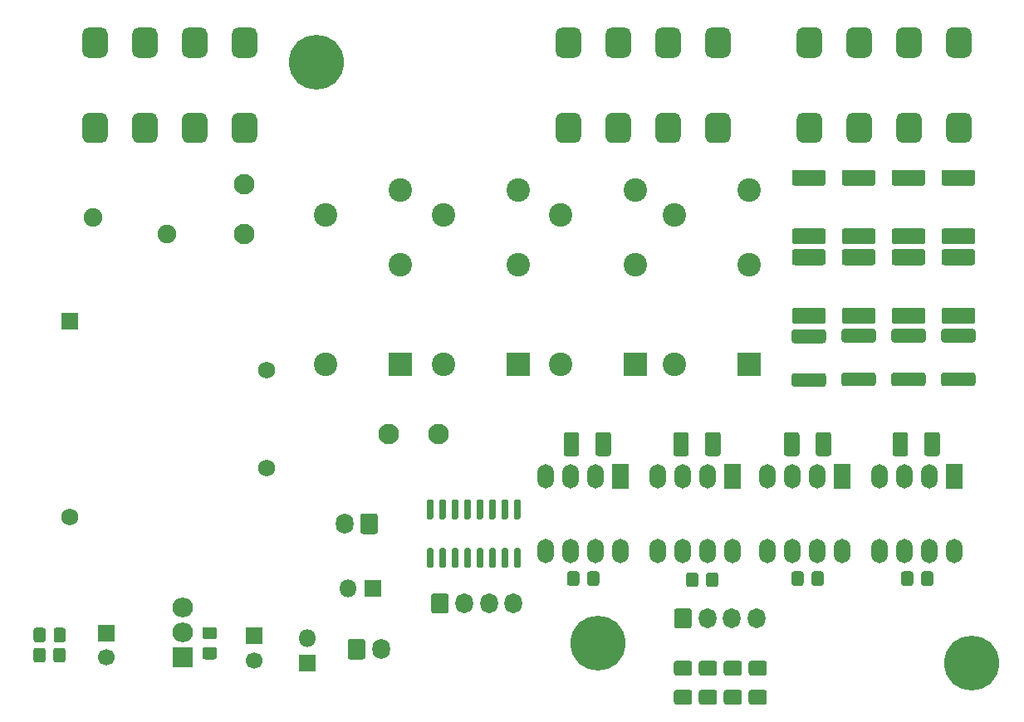
<source format=gbr>
G04 #@! TF.GenerationSoftware,KiCad,Pcbnew,(5.1.6)-1*
G04 #@! TF.CreationDate,2021-10-31T01:35:34+02:00*
G04 #@! TF.ProjectId,hamodule,68616d6f-6475-46c6-952e-6b696361645f,rev?*
G04 #@! TF.SameCoordinates,Original*
G04 #@! TF.FileFunction,Soldermask,Top*
G04 #@! TF.FilePolarity,Negative*
%FSLAX46Y46*%
G04 Gerber Fmt 4.6, Leading zero omitted, Abs format (unit mm)*
G04 Created by KiCad (PCBNEW (5.1.6)-1) date 2021-10-31 01:35:34*
%MOMM*%
%LPD*%
G01*
G04 APERTURE LIST*
%ADD10C,1.750000*%
%ADD11R,1.750000X1.750000*%
%ADD12C,2.100000*%
%ADD13O,1.800000X1.800000*%
%ADD14R,1.800000X1.800000*%
%ADD15O,1.800000X2.100000*%
%ADD16C,1.700000*%
%ADD17R,1.700000X1.700000*%
%ADD18C,1.900000*%
%ADD19C,5.600000*%
%ADD20C,2.400000*%
%ADD21R,2.400000X2.400000*%
%ADD22O,1.800000X2.050000*%
%ADD23R,1.700000X2.500000*%
%ADD24O,1.700000X2.500000*%
%ADD25O,2.100000X2.005000*%
%ADD26R,2.100000X2.005000*%
G04 APERTURE END LIST*
G36*
G01*
X118778762Y-136052500D02*
X117822238Y-136052500D01*
G75*
G02*
X117550500Y-135780762I0J271738D01*
G01*
X117550500Y-135074238D01*
G75*
G02*
X117822238Y-134802500I271738J0D01*
G01*
X118778762Y-134802500D01*
G75*
G02*
X119050500Y-135074238I0J-271738D01*
G01*
X119050500Y-135780762D01*
G75*
G02*
X118778762Y-136052500I-271738J0D01*
G01*
G37*
G36*
G01*
X118778762Y-138102500D02*
X117822238Y-138102500D01*
G75*
G02*
X117550500Y-137830762I0J271738D01*
G01*
X117550500Y-137124238D01*
G75*
G02*
X117822238Y-136852500I271738J0D01*
G01*
X118778762Y-136852500D01*
G75*
G02*
X119050500Y-137124238I0J-271738D01*
G01*
X119050500Y-137830762D01*
G75*
G02*
X118778762Y-138102500I-271738J0D01*
G01*
G37*
G36*
G01*
X173523044Y-141214000D02*
X174837956Y-141214000D01*
G75*
G02*
X175105500Y-141481544I0J-267544D01*
G01*
X175105500Y-142471456D01*
G75*
G02*
X174837956Y-142739000I-267544J0D01*
G01*
X173523044Y-142739000D01*
G75*
G02*
X173255500Y-142471456I0J267544D01*
G01*
X173255500Y-141481544D01*
G75*
G02*
X173523044Y-141214000I267544J0D01*
G01*
G37*
G36*
G01*
X173523044Y-138239000D02*
X174837956Y-138239000D01*
G75*
G02*
X175105500Y-138506544I0J-267544D01*
G01*
X175105500Y-139496456D01*
G75*
G02*
X174837956Y-139764000I-267544J0D01*
G01*
X173523044Y-139764000D01*
G75*
G02*
X173255500Y-139496456I0J267544D01*
G01*
X173255500Y-138506544D01*
G75*
G02*
X173523044Y-138239000I267544J0D01*
G01*
G37*
G36*
G01*
X170983044Y-141214000D02*
X172297956Y-141214000D01*
G75*
G02*
X172565500Y-141481544I0J-267544D01*
G01*
X172565500Y-142471456D01*
G75*
G02*
X172297956Y-142739000I-267544J0D01*
G01*
X170983044Y-142739000D01*
G75*
G02*
X170715500Y-142471456I0J267544D01*
G01*
X170715500Y-141481544D01*
G75*
G02*
X170983044Y-141214000I267544J0D01*
G01*
G37*
G36*
G01*
X170983044Y-138239000D02*
X172297956Y-138239000D01*
G75*
G02*
X172565500Y-138506544I0J-267544D01*
G01*
X172565500Y-139496456D01*
G75*
G02*
X172297956Y-139764000I-267544J0D01*
G01*
X170983044Y-139764000D01*
G75*
G02*
X170715500Y-139496456I0J267544D01*
G01*
X170715500Y-138506544D01*
G75*
G02*
X170983044Y-138239000I267544J0D01*
G01*
G37*
G36*
G01*
X168443044Y-141214000D02*
X169757956Y-141214000D01*
G75*
G02*
X170025500Y-141481544I0J-267544D01*
G01*
X170025500Y-142471456D01*
G75*
G02*
X169757956Y-142739000I-267544J0D01*
G01*
X168443044Y-142739000D01*
G75*
G02*
X168175500Y-142471456I0J267544D01*
G01*
X168175500Y-141481544D01*
G75*
G02*
X168443044Y-141214000I267544J0D01*
G01*
G37*
G36*
G01*
X168443044Y-138239000D02*
X169757956Y-138239000D01*
G75*
G02*
X170025500Y-138506544I0J-267544D01*
G01*
X170025500Y-139496456D01*
G75*
G02*
X169757956Y-139764000I-267544J0D01*
G01*
X168443044Y-139764000D01*
G75*
G02*
X168175500Y-139496456I0J267544D01*
G01*
X168175500Y-138506544D01*
G75*
G02*
X168443044Y-138239000I267544J0D01*
G01*
G37*
G36*
G01*
X165903044Y-141214000D02*
X167217956Y-141214000D01*
G75*
G02*
X167485500Y-141481544I0J-267544D01*
G01*
X167485500Y-142471456D01*
G75*
G02*
X167217956Y-142739000I-267544J0D01*
G01*
X165903044Y-142739000D01*
G75*
G02*
X165635500Y-142471456I0J267544D01*
G01*
X165635500Y-141481544D01*
G75*
G02*
X165903044Y-141214000I267544J0D01*
G01*
G37*
G36*
G01*
X165903044Y-138239000D02*
X167217956Y-138239000D01*
G75*
G02*
X167485500Y-138506544I0J-267544D01*
G01*
X167485500Y-139496456D01*
G75*
G02*
X167217956Y-139764000I-267544J0D01*
G01*
X165903044Y-139764000D01*
G75*
G02*
X165635500Y-139496456I0J267544D01*
G01*
X165635500Y-138506544D01*
G75*
G02*
X165903044Y-138239000I267544J0D01*
G01*
G37*
D10*
X124076500Y-108568500D03*
X124076500Y-118568500D03*
X104076500Y-123568500D03*
D11*
X104076500Y-103568500D03*
G36*
G01*
X169466500Y-82333500D02*
X170766500Y-82333500D01*
G75*
G02*
X171416500Y-82983500I0J-650000D01*
G01*
X171416500Y-84783500D01*
G75*
G02*
X170766500Y-85433500I-650000J0D01*
G01*
X169466500Y-85433500D01*
G75*
G02*
X168816500Y-84783500I0J650000D01*
G01*
X168816500Y-82983500D01*
G75*
G02*
X169466500Y-82333500I650000J0D01*
G01*
G37*
G36*
G01*
X169466500Y-73633500D02*
X170766500Y-73633500D01*
G75*
G02*
X171416500Y-74283500I0J-650000D01*
G01*
X171416500Y-76083500D01*
G75*
G02*
X170766500Y-76733500I-650000J0D01*
G01*
X169466500Y-76733500D01*
G75*
G02*
X168816500Y-76083500I0J650000D01*
G01*
X168816500Y-74283500D01*
G75*
G02*
X169466500Y-73633500I650000J0D01*
G01*
G37*
G36*
G01*
X164386500Y-82333500D02*
X165686500Y-82333500D01*
G75*
G02*
X166336500Y-82983500I0J-650000D01*
G01*
X166336500Y-84783500D01*
G75*
G02*
X165686500Y-85433500I-650000J0D01*
G01*
X164386500Y-85433500D01*
G75*
G02*
X163736500Y-84783500I0J650000D01*
G01*
X163736500Y-82983500D01*
G75*
G02*
X164386500Y-82333500I650000J0D01*
G01*
G37*
G36*
G01*
X164386500Y-73633500D02*
X165686500Y-73633500D01*
G75*
G02*
X166336500Y-74283500I0J-650000D01*
G01*
X166336500Y-76083500D01*
G75*
G02*
X165686500Y-76733500I-650000J0D01*
G01*
X164386500Y-76733500D01*
G75*
G02*
X163736500Y-76083500I0J650000D01*
G01*
X163736500Y-74283500D01*
G75*
G02*
X164386500Y-73633500I650000J0D01*
G01*
G37*
G36*
G01*
X159306500Y-82333500D02*
X160606500Y-82333500D01*
G75*
G02*
X161256500Y-82983500I0J-650000D01*
G01*
X161256500Y-84783500D01*
G75*
G02*
X160606500Y-85433500I-650000J0D01*
G01*
X159306500Y-85433500D01*
G75*
G02*
X158656500Y-84783500I0J650000D01*
G01*
X158656500Y-82983500D01*
G75*
G02*
X159306500Y-82333500I650000J0D01*
G01*
G37*
G36*
G01*
X159306500Y-73633500D02*
X160606500Y-73633500D01*
G75*
G02*
X161256500Y-74283500I0J-650000D01*
G01*
X161256500Y-76083500D01*
G75*
G02*
X160606500Y-76733500I-650000J0D01*
G01*
X159306500Y-76733500D01*
G75*
G02*
X158656500Y-76083500I0J650000D01*
G01*
X158656500Y-74283500D01*
G75*
G02*
X159306500Y-73633500I650000J0D01*
G01*
G37*
G36*
G01*
X154226500Y-82333500D02*
X155526500Y-82333500D01*
G75*
G02*
X156176500Y-82983500I0J-650000D01*
G01*
X156176500Y-84783500D01*
G75*
G02*
X155526500Y-85433500I-650000J0D01*
G01*
X154226500Y-85433500D01*
G75*
G02*
X153576500Y-84783500I0J650000D01*
G01*
X153576500Y-82983500D01*
G75*
G02*
X154226500Y-82333500I650000J0D01*
G01*
G37*
G36*
G01*
X154226500Y-73633500D02*
X155526500Y-73633500D01*
G75*
G02*
X156176500Y-74283500I0J-650000D01*
G01*
X156176500Y-76083500D01*
G75*
G02*
X155526500Y-76733500I-650000J0D01*
G01*
X154226500Y-76733500D01*
G75*
G02*
X153576500Y-76083500I0J650000D01*
G01*
X153576500Y-74283500D01*
G75*
G02*
X154226500Y-73633500I650000J0D01*
G01*
G37*
G36*
G01*
X140954500Y-128785500D02*
X140604500Y-128785500D01*
G75*
G02*
X140429500Y-128610500I0J175000D01*
G01*
X140429500Y-126910500D01*
G75*
G02*
X140604500Y-126735500I175000J0D01*
G01*
X140954500Y-126735500D01*
G75*
G02*
X141129500Y-126910500I0J-175000D01*
G01*
X141129500Y-128610500D01*
G75*
G02*
X140954500Y-128785500I-175000J0D01*
G01*
G37*
G36*
G01*
X142224500Y-128785500D02*
X141874500Y-128785500D01*
G75*
G02*
X141699500Y-128610500I0J175000D01*
G01*
X141699500Y-126910500D01*
G75*
G02*
X141874500Y-126735500I175000J0D01*
G01*
X142224500Y-126735500D01*
G75*
G02*
X142399500Y-126910500I0J-175000D01*
G01*
X142399500Y-128610500D01*
G75*
G02*
X142224500Y-128785500I-175000J0D01*
G01*
G37*
G36*
G01*
X143494500Y-128785500D02*
X143144500Y-128785500D01*
G75*
G02*
X142969500Y-128610500I0J175000D01*
G01*
X142969500Y-126910500D01*
G75*
G02*
X143144500Y-126735500I175000J0D01*
G01*
X143494500Y-126735500D01*
G75*
G02*
X143669500Y-126910500I0J-175000D01*
G01*
X143669500Y-128610500D01*
G75*
G02*
X143494500Y-128785500I-175000J0D01*
G01*
G37*
G36*
G01*
X144764500Y-128785500D02*
X144414500Y-128785500D01*
G75*
G02*
X144239500Y-128610500I0J175000D01*
G01*
X144239500Y-126910500D01*
G75*
G02*
X144414500Y-126735500I175000J0D01*
G01*
X144764500Y-126735500D01*
G75*
G02*
X144939500Y-126910500I0J-175000D01*
G01*
X144939500Y-128610500D01*
G75*
G02*
X144764500Y-128785500I-175000J0D01*
G01*
G37*
G36*
G01*
X146034500Y-128785500D02*
X145684500Y-128785500D01*
G75*
G02*
X145509500Y-128610500I0J175000D01*
G01*
X145509500Y-126910500D01*
G75*
G02*
X145684500Y-126735500I175000J0D01*
G01*
X146034500Y-126735500D01*
G75*
G02*
X146209500Y-126910500I0J-175000D01*
G01*
X146209500Y-128610500D01*
G75*
G02*
X146034500Y-128785500I-175000J0D01*
G01*
G37*
G36*
G01*
X147304500Y-128785500D02*
X146954500Y-128785500D01*
G75*
G02*
X146779500Y-128610500I0J175000D01*
G01*
X146779500Y-126910500D01*
G75*
G02*
X146954500Y-126735500I175000J0D01*
G01*
X147304500Y-126735500D01*
G75*
G02*
X147479500Y-126910500I0J-175000D01*
G01*
X147479500Y-128610500D01*
G75*
G02*
X147304500Y-128785500I-175000J0D01*
G01*
G37*
G36*
G01*
X148574500Y-128785500D02*
X148224500Y-128785500D01*
G75*
G02*
X148049500Y-128610500I0J175000D01*
G01*
X148049500Y-126910500D01*
G75*
G02*
X148224500Y-126735500I175000J0D01*
G01*
X148574500Y-126735500D01*
G75*
G02*
X148749500Y-126910500I0J-175000D01*
G01*
X148749500Y-128610500D01*
G75*
G02*
X148574500Y-128785500I-175000J0D01*
G01*
G37*
G36*
G01*
X149844500Y-128785500D02*
X149494500Y-128785500D01*
G75*
G02*
X149319500Y-128610500I0J175000D01*
G01*
X149319500Y-126910500D01*
G75*
G02*
X149494500Y-126735500I175000J0D01*
G01*
X149844500Y-126735500D01*
G75*
G02*
X150019500Y-126910500I0J-175000D01*
G01*
X150019500Y-128610500D01*
G75*
G02*
X149844500Y-128785500I-175000J0D01*
G01*
G37*
G36*
G01*
X149844500Y-123835500D02*
X149494500Y-123835500D01*
G75*
G02*
X149319500Y-123660500I0J175000D01*
G01*
X149319500Y-121960500D01*
G75*
G02*
X149494500Y-121785500I175000J0D01*
G01*
X149844500Y-121785500D01*
G75*
G02*
X150019500Y-121960500I0J-175000D01*
G01*
X150019500Y-123660500D01*
G75*
G02*
X149844500Y-123835500I-175000J0D01*
G01*
G37*
G36*
G01*
X148574500Y-123835500D02*
X148224500Y-123835500D01*
G75*
G02*
X148049500Y-123660500I0J175000D01*
G01*
X148049500Y-121960500D01*
G75*
G02*
X148224500Y-121785500I175000J0D01*
G01*
X148574500Y-121785500D01*
G75*
G02*
X148749500Y-121960500I0J-175000D01*
G01*
X148749500Y-123660500D01*
G75*
G02*
X148574500Y-123835500I-175000J0D01*
G01*
G37*
G36*
G01*
X147304500Y-123835500D02*
X146954500Y-123835500D01*
G75*
G02*
X146779500Y-123660500I0J175000D01*
G01*
X146779500Y-121960500D01*
G75*
G02*
X146954500Y-121785500I175000J0D01*
G01*
X147304500Y-121785500D01*
G75*
G02*
X147479500Y-121960500I0J-175000D01*
G01*
X147479500Y-123660500D01*
G75*
G02*
X147304500Y-123835500I-175000J0D01*
G01*
G37*
G36*
G01*
X146034500Y-123835500D02*
X145684500Y-123835500D01*
G75*
G02*
X145509500Y-123660500I0J175000D01*
G01*
X145509500Y-121960500D01*
G75*
G02*
X145684500Y-121785500I175000J0D01*
G01*
X146034500Y-121785500D01*
G75*
G02*
X146209500Y-121960500I0J-175000D01*
G01*
X146209500Y-123660500D01*
G75*
G02*
X146034500Y-123835500I-175000J0D01*
G01*
G37*
G36*
G01*
X144764500Y-123835500D02*
X144414500Y-123835500D01*
G75*
G02*
X144239500Y-123660500I0J175000D01*
G01*
X144239500Y-121960500D01*
G75*
G02*
X144414500Y-121785500I175000J0D01*
G01*
X144764500Y-121785500D01*
G75*
G02*
X144939500Y-121960500I0J-175000D01*
G01*
X144939500Y-123660500D01*
G75*
G02*
X144764500Y-123835500I-175000J0D01*
G01*
G37*
G36*
G01*
X143494500Y-123835500D02*
X143144500Y-123835500D01*
G75*
G02*
X142969500Y-123660500I0J175000D01*
G01*
X142969500Y-121960500D01*
G75*
G02*
X143144500Y-121785500I175000J0D01*
G01*
X143494500Y-121785500D01*
G75*
G02*
X143669500Y-121960500I0J-175000D01*
G01*
X143669500Y-123660500D01*
G75*
G02*
X143494500Y-123835500I-175000J0D01*
G01*
G37*
G36*
G01*
X142224500Y-123835500D02*
X141874500Y-123835500D01*
G75*
G02*
X141699500Y-123660500I0J175000D01*
G01*
X141699500Y-121960500D01*
G75*
G02*
X141874500Y-121785500I175000J0D01*
G01*
X142224500Y-121785500D01*
G75*
G02*
X142399500Y-121960500I0J-175000D01*
G01*
X142399500Y-123660500D01*
G75*
G02*
X142224500Y-123835500I-175000J0D01*
G01*
G37*
G36*
G01*
X140954500Y-123835500D02*
X140604500Y-123835500D01*
G75*
G02*
X140429500Y-123660500I0J175000D01*
G01*
X140429500Y-121960500D01*
G75*
G02*
X140604500Y-121785500I175000J0D01*
G01*
X140954500Y-121785500D01*
G75*
G02*
X141129500Y-121960500I0J-175000D01*
G01*
X141129500Y-123660500D01*
G75*
G02*
X140954500Y-123835500I-175000J0D01*
G01*
G37*
G36*
G01*
X189510500Y-115183167D02*
X189510500Y-117099833D01*
G75*
G02*
X189243833Y-117366500I-266667J0D01*
G01*
X188177167Y-117366500D01*
G75*
G02*
X187910500Y-117099833I0J266667D01*
G01*
X187910500Y-115183167D01*
G75*
G02*
X188177167Y-114916500I266667J0D01*
G01*
X189243833Y-114916500D01*
G75*
G02*
X189510500Y-115183167I0J-266667D01*
G01*
G37*
G36*
G01*
X192760500Y-115183167D02*
X192760500Y-117099833D01*
G75*
G02*
X192493833Y-117366500I-266667J0D01*
G01*
X191427167Y-117366500D01*
G75*
G02*
X191160500Y-117099833I0J266667D01*
G01*
X191160500Y-115183167D01*
G75*
G02*
X191427167Y-114916500I266667J0D01*
G01*
X192493833Y-114916500D01*
G75*
G02*
X192760500Y-115183167I0J-266667D01*
G01*
G37*
G36*
G01*
X178435500Y-115183167D02*
X178435500Y-117099833D01*
G75*
G02*
X178168833Y-117366500I-266667J0D01*
G01*
X177102167Y-117366500D01*
G75*
G02*
X176835500Y-117099833I0J266667D01*
G01*
X176835500Y-115183167D01*
G75*
G02*
X177102167Y-114916500I266667J0D01*
G01*
X178168833Y-114916500D01*
G75*
G02*
X178435500Y-115183167I0J-266667D01*
G01*
G37*
G36*
G01*
X181685500Y-115183167D02*
X181685500Y-117099833D01*
G75*
G02*
X181418833Y-117366500I-266667J0D01*
G01*
X180352167Y-117366500D01*
G75*
G02*
X180085500Y-117099833I0J266667D01*
G01*
X180085500Y-115183167D01*
G75*
G02*
X180352167Y-114916500I266667J0D01*
G01*
X181418833Y-114916500D01*
G75*
G02*
X181685500Y-115183167I0J-266667D01*
G01*
G37*
G36*
G01*
X167158500Y-115183167D02*
X167158500Y-117099833D01*
G75*
G02*
X166891833Y-117366500I-266667J0D01*
G01*
X165825167Y-117366500D01*
G75*
G02*
X165558500Y-117099833I0J266667D01*
G01*
X165558500Y-115183167D01*
G75*
G02*
X165825167Y-114916500I266667J0D01*
G01*
X166891833Y-114916500D01*
G75*
G02*
X167158500Y-115183167I0J-266667D01*
G01*
G37*
G36*
G01*
X170408500Y-115183167D02*
X170408500Y-117099833D01*
G75*
G02*
X170141833Y-117366500I-266667J0D01*
G01*
X169075167Y-117366500D01*
G75*
G02*
X168808500Y-117099833I0J266667D01*
G01*
X168808500Y-115183167D01*
G75*
G02*
X169075167Y-114916500I266667J0D01*
G01*
X170141833Y-114916500D01*
G75*
G02*
X170408500Y-115183167I0J-266667D01*
G01*
G37*
G36*
G01*
X155982500Y-115183167D02*
X155982500Y-117099833D01*
G75*
G02*
X155715833Y-117366500I-266667J0D01*
G01*
X154649167Y-117366500D01*
G75*
G02*
X154382500Y-117099833I0J266667D01*
G01*
X154382500Y-115183167D01*
G75*
G02*
X154649167Y-114916500I266667J0D01*
G01*
X155715833Y-114916500D01*
G75*
G02*
X155982500Y-115183167I0J-266667D01*
G01*
G37*
G36*
G01*
X159232500Y-115183167D02*
X159232500Y-117099833D01*
G75*
G02*
X158965833Y-117366500I-266667J0D01*
G01*
X157899167Y-117366500D01*
G75*
G02*
X157632500Y-117099833I0J266667D01*
G01*
X157632500Y-115183167D01*
G75*
G02*
X157899167Y-114916500I266667J0D01*
G01*
X158965833Y-114916500D01*
G75*
G02*
X159232500Y-115183167I0J-266667D01*
G01*
G37*
D12*
X141668500Y-115125500D03*
X136588500Y-115125500D03*
G36*
G01*
X193168892Y-94126000D02*
X196086108Y-94126000D01*
G75*
G02*
X196352500Y-94392392I0J-266392D01*
G01*
X196352500Y-95484608D01*
G75*
G02*
X196086108Y-95751000I-266392J0D01*
G01*
X193168892Y-95751000D01*
G75*
G02*
X192902500Y-95484608I0J266392D01*
G01*
X192902500Y-94392392D01*
G75*
G02*
X193168892Y-94126000I266392J0D01*
G01*
G37*
G36*
G01*
X193168892Y-88151000D02*
X196086108Y-88151000D01*
G75*
G02*
X196352500Y-88417392I0J-266392D01*
G01*
X196352500Y-89509608D01*
G75*
G02*
X196086108Y-89776000I-266392J0D01*
G01*
X193168892Y-89776000D01*
G75*
G02*
X192902500Y-89509608I0J266392D01*
G01*
X192902500Y-88417392D01*
G75*
G02*
X193168892Y-88151000I266392J0D01*
G01*
G37*
G36*
G01*
X188088892Y-94126000D02*
X191006108Y-94126000D01*
G75*
G02*
X191272500Y-94392392I0J-266392D01*
G01*
X191272500Y-95484608D01*
G75*
G02*
X191006108Y-95751000I-266392J0D01*
G01*
X188088892Y-95751000D01*
G75*
G02*
X187822500Y-95484608I0J266392D01*
G01*
X187822500Y-94392392D01*
G75*
G02*
X188088892Y-94126000I266392J0D01*
G01*
G37*
G36*
G01*
X188088892Y-88151000D02*
X191006108Y-88151000D01*
G75*
G02*
X191272500Y-88417392I0J-266392D01*
G01*
X191272500Y-89509608D01*
G75*
G02*
X191006108Y-89776000I-266392J0D01*
G01*
X188088892Y-89776000D01*
G75*
G02*
X187822500Y-89509608I0J266392D01*
G01*
X187822500Y-88417392D01*
G75*
G02*
X188088892Y-88151000I266392J0D01*
G01*
G37*
G36*
G01*
X183008892Y-94126000D02*
X185926108Y-94126000D01*
G75*
G02*
X186192500Y-94392392I0J-266392D01*
G01*
X186192500Y-95484608D01*
G75*
G02*
X185926108Y-95751000I-266392J0D01*
G01*
X183008892Y-95751000D01*
G75*
G02*
X182742500Y-95484608I0J266392D01*
G01*
X182742500Y-94392392D01*
G75*
G02*
X183008892Y-94126000I266392J0D01*
G01*
G37*
G36*
G01*
X183008892Y-88151000D02*
X185926108Y-88151000D01*
G75*
G02*
X186192500Y-88417392I0J-266392D01*
G01*
X186192500Y-89509608D01*
G75*
G02*
X185926108Y-89776000I-266392J0D01*
G01*
X183008892Y-89776000D01*
G75*
G02*
X182742500Y-89509608I0J266392D01*
G01*
X182742500Y-88417392D01*
G75*
G02*
X183008892Y-88151000I266392J0D01*
G01*
G37*
G36*
G01*
X177928892Y-94126000D02*
X180846108Y-94126000D01*
G75*
G02*
X181112500Y-94392392I0J-266392D01*
G01*
X181112500Y-95484608D01*
G75*
G02*
X180846108Y-95751000I-266392J0D01*
G01*
X177928892Y-95751000D01*
G75*
G02*
X177662500Y-95484608I0J266392D01*
G01*
X177662500Y-94392392D01*
G75*
G02*
X177928892Y-94126000I266392J0D01*
G01*
G37*
G36*
G01*
X177928892Y-88151000D02*
X180846108Y-88151000D01*
G75*
G02*
X181112500Y-88417392I0J-266392D01*
G01*
X181112500Y-89509608D01*
G75*
G02*
X180846108Y-89776000I-266392J0D01*
G01*
X177928892Y-89776000D01*
G75*
G02*
X177662500Y-89509608I0J266392D01*
G01*
X177662500Y-88417392D01*
G75*
G02*
X177928892Y-88151000I266392J0D01*
G01*
G37*
D13*
X128257300Y-135928100D03*
D14*
X128257300Y-138468100D03*
D15*
X135775700Y-137071100D03*
G36*
G01*
X132375700Y-137856394D02*
X132375700Y-136285806D01*
G75*
G02*
X132640406Y-136021100I264706J0D01*
G01*
X133910994Y-136021100D01*
G75*
G02*
X134175700Y-136285806I0J-264706D01*
G01*
X134175700Y-137856394D01*
G75*
G02*
X133910994Y-138121100I-264706J0D01*
G01*
X132640406Y-138121100D01*
G75*
G02*
X132375700Y-137856394I0J264706D01*
G01*
G37*
G36*
G01*
X102393700Y-136101562D02*
X102393700Y-135145038D01*
G75*
G02*
X102665438Y-134873300I271738J0D01*
G01*
X103371962Y-134873300D01*
G75*
G02*
X103643700Y-135145038I0J-271738D01*
G01*
X103643700Y-136101562D01*
G75*
G02*
X103371962Y-136373300I-271738J0D01*
G01*
X102665438Y-136373300D01*
G75*
G02*
X102393700Y-136101562I0J271738D01*
G01*
G37*
G36*
G01*
X100343700Y-136101562D02*
X100343700Y-135145038D01*
G75*
G02*
X100615438Y-134873300I271738J0D01*
G01*
X101321962Y-134873300D01*
G75*
G02*
X101593700Y-135145038I0J-271738D01*
G01*
X101593700Y-136101562D01*
G75*
G02*
X101321962Y-136373300I-271738J0D01*
G01*
X100615438Y-136373300D01*
G75*
G02*
X100343700Y-136101562I0J271738D01*
G01*
G37*
G36*
G01*
X101568300Y-137202438D02*
X101568300Y-138158962D01*
G75*
G02*
X101296562Y-138430700I-271738J0D01*
G01*
X100590038Y-138430700D01*
G75*
G02*
X100318300Y-138158962I0J271738D01*
G01*
X100318300Y-137202438D01*
G75*
G02*
X100590038Y-136930700I271738J0D01*
G01*
X101296562Y-136930700D01*
G75*
G02*
X101568300Y-137202438I0J-271738D01*
G01*
G37*
G36*
G01*
X103618300Y-137202438D02*
X103618300Y-138158962D01*
G75*
G02*
X103346562Y-138430700I-271738J0D01*
G01*
X102640038Y-138430700D01*
G75*
G02*
X102368300Y-138158962I0J271738D01*
G01*
X102368300Y-137202438D01*
G75*
G02*
X102640038Y-136930700I271738J0D01*
G01*
X103346562Y-136930700D01*
G75*
G02*
X103618300Y-137202438I0J-271738D01*
G01*
G37*
G36*
G01*
X190036500Y-129379238D02*
X190036500Y-130335762D01*
G75*
G02*
X189764762Y-130607500I-271738J0D01*
G01*
X189058238Y-130607500D01*
G75*
G02*
X188786500Y-130335762I0J271738D01*
G01*
X188786500Y-129379238D01*
G75*
G02*
X189058238Y-129107500I271738J0D01*
G01*
X189764762Y-129107500D01*
G75*
G02*
X190036500Y-129379238I0J-271738D01*
G01*
G37*
G36*
G01*
X192086500Y-129379238D02*
X192086500Y-130335762D01*
G75*
G02*
X191814762Y-130607500I-271738J0D01*
G01*
X191108238Y-130607500D01*
G75*
G02*
X190836500Y-130335762I0J271738D01*
G01*
X190836500Y-129379238D01*
G75*
G02*
X191108238Y-129107500I271738J0D01*
G01*
X191814762Y-129107500D01*
G75*
G02*
X192086500Y-129379238I0J-271738D01*
G01*
G37*
G36*
G01*
X178860500Y-129379238D02*
X178860500Y-130335762D01*
G75*
G02*
X178588762Y-130607500I-271738J0D01*
G01*
X177882238Y-130607500D01*
G75*
G02*
X177610500Y-130335762I0J271738D01*
G01*
X177610500Y-129379238D01*
G75*
G02*
X177882238Y-129107500I271738J0D01*
G01*
X178588762Y-129107500D01*
G75*
G02*
X178860500Y-129379238I0J-271738D01*
G01*
G37*
G36*
G01*
X180910500Y-129379238D02*
X180910500Y-130335762D01*
G75*
G02*
X180638762Y-130607500I-271738J0D01*
G01*
X179932238Y-130607500D01*
G75*
G02*
X179660500Y-130335762I0J271738D01*
G01*
X179660500Y-129379238D01*
G75*
G02*
X179932238Y-129107500I271738J0D01*
G01*
X180638762Y-129107500D01*
G75*
G02*
X180910500Y-129379238I0J-271738D01*
G01*
G37*
G36*
G01*
X155991500Y-129379238D02*
X155991500Y-130335762D01*
G75*
G02*
X155719762Y-130607500I-271738J0D01*
G01*
X155013238Y-130607500D01*
G75*
G02*
X154741500Y-130335762I0J271738D01*
G01*
X154741500Y-129379238D01*
G75*
G02*
X155013238Y-129107500I271738J0D01*
G01*
X155719762Y-129107500D01*
G75*
G02*
X155991500Y-129379238I0J-271738D01*
G01*
G37*
G36*
G01*
X158041500Y-129379238D02*
X158041500Y-130335762D01*
G75*
G02*
X157769762Y-130607500I-271738J0D01*
G01*
X157063238Y-130607500D01*
G75*
G02*
X156791500Y-130335762I0J271738D01*
G01*
X156791500Y-129379238D01*
G75*
G02*
X157063238Y-129107500I271738J0D01*
G01*
X157769762Y-129107500D01*
G75*
G02*
X158041500Y-129379238I0J-271738D01*
G01*
G37*
G36*
G01*
X168120000Y-129506238D02*
X168120000Y-130462762D01*
G75*
G02*
X167848262Y-130734500I-271738J0D01*
G01*
X167141738Y-130734500D01*
G75*
G02*
X166870000Y-130462762I0J271738D01*
G01*
X166870000Y-129506238D01*
G75*
G02*
X167141738Y-129234500I271738J0D01*
G01*
X167848262Y-129234500D01*
G75*
G02*
X168120000Y-129506238I0J-271738D01*
G01*
G37*
G36*
G01*
X170170000Y-129506238D02*
X170170000Y-130462762D01*
G75*
G02*
X169898262Y-130734500I-271738J0D01*
G01*
X169191738Y-130734500D01*
G75*
G02*
X168920000Y-130462762I0J271738D01*
G01*
X168920000Y-129506238D01*
G75*
G02*
X169191738Y-129234500I271738J0D01*
G01*
X169898262Y-129234500D01*
G75*
G02*
X170170000Y-129506238I0J-271738D01*
G01*
G37*
G36*
G01*
X193146731Y-108830500D02*
X196108269Y-108830500D01*
G75*
G02*
X196377500Y-109099731I0J-269231D01*
G01*
X196377500Y-109961269D01*
G75*
G02*
X196108269Y-110230500I-269231J0D01*
G01*
X193146731Y-110230500D01*
G75*
G02*
X192877500Y-109961269I0J269231D01*
G01*
X192877500Y-109099731D01*
G75*
G02*
X193146731Y-108830500I269231J0D01*
G01*
G37*
G36*
G01*
X193146731Y-104380500D02*
X196108269Y-104380500D01*
G75*
G02*
X196377500Y-104649731I0J-269231D01*
G01*
X196377500Y-105511269D01*
G75*
G02*
X196108269Y-105780500I-269231J0D01*
G01*
X193146731Y-105780500D01*
G75*
G02*
X192877500Y-105511269I0J269231D01*
G01*
X192877500Y-104649731D01*
G75*
G02*
X193146731Y-104380500I269231J0D01*
G01*
G37*
G36*
G01*
X188066731Y-108830500D02*
X191028269Y-108830500D01*
G75*
G02*
X191297500Y-109099731I0J-269231D01*
G01*
X191297500Y-109961269D01*
G75*
G02*
X191028269Y-110230500I-269231J0D01*
G01*
X188066731Y-110230500D01*
G75*
G02*
X187797500Y-109961269I0J269231D01*
G01*
X187797500Y-109099731D01*
G75*
G02*
X188066731Y-108830500I269231J0D01*
G01*
G37*
G36*
G01*
X188066731Y-104380500D02*
X191028269Y-104380500D01*
G75*
G02*
X191297500Y-104649731I0J-269231D01*
G01*
X191297500Y-105511269D01*
G75*
G02*
X191028269Y-105780500I-269231J0D01*
G01*
X188066731Y-105780500D01*
G75*
G02*
X187797500Y-105511269I0J269231D01*
G01*
X187797500Y-104649731D01*
G75*
G02*
X188066731Y-104380500I269231J0D01*
G01*
G37*
G36*
G01*
X182986731Y-108830500D02*
X185948269Y-108830500D01*
G75*
G02*
X186217500Y-109099731I0J-269231D01*
G01*
X186217500Y-109961269D01*
G75*
G02*
X185948269Y-110230500I-269231J0D01*
G01*
X182986731Y-110230500D01*
G75*
G02*
X182717500Y-109961269I0J269231D01*
G01*
X182717500Y-109099731D01*
G75*
G02*
X182986731Y-108830500I269231J0D01*
G01*
G37*
G36*
G01*
X182986731Y-104380500D02*
X185948269Y-104380500D01*
G75*
G02*
X186217500Y-104649731I0J-269231D01*
G01*
X186217500Y-105511269D01*
G75*
G02*
X185948269Y-105780500I-269231J0D01*
G01*
X182986731Y-105780500D01*
G75*
G02*
X182717500Y-105511269I0J269231D01*
G01*
X182717500Y-104649731D01*
G75*
G02*
X182986731Y-104380500I269231J0D01*
G01*
G37*
G36*
G01*
X177906731Y-108894000D02*
X180868269Y-108894000D01*
G75*
G02*
X181137500Y-109163231I0J-269231D01*
G01*
X181137500Y-110024769D01*
G75*
G02*
X180868269Y-110294000I-269231J0D01*
G01*
X177906731Y-110294000D01*
G75*
G02*
X177637500Y-110024769I0J269231D01*
G01*
X177637500Y-109163231D01*
G75*
G02*
X177906731Y-108894000I269231J0D01*
G01*
G37*
G36*
G01*
X177906731Y-104444000D02*
X180868269Y-104444000D01*
G75*
G02*
X181137500Y-104713231I0J-269231D01*
G01*
X181137500Y-105574769D01*
G75*
G02*
X180868269Y-105844000I-269231J0D01*
G01*
X177906731Y-105844000D01*
G75*
G02*
X177637500Y-105574769I0J269231D01*
G01*
X177637500Y-104713231D01*
G75*
G02*
X177906731Y-104444000I269231J0D01*
G01*
G37*
G36*
G01*
X177928892Y-102236000D02*
X180846108Y-102236000D01*
G75*
G02*
X181112500Y-102502392I0J-266392D01*
G01*
X181112500Y-103594608D01*
G75*
G02*
X180846108Y-103861000I-266392J0D01*
G01*
X177928892Y-103861000D01*
G75*
G02*
X177662500Y-103594608I0J266392D01*
G01*
X177662500Y-102502392D01*
G75*
G02*
X177928892Y-102236000I266392J0D01*
G01*
G37*
G36*
G01*
X177928892Y-96261000D02*
X180846108Y-96261000D01*
G75*
G02*
X181112500Y-96527392I0J-266392D01*
G01*
X181112500Y-97619608D01*
G75*
G02*
X180846108Y-97886000I-266392J0D01*
G01*
X177928892Y-97886000D01*
G75*
G02*
X177662500Y-97619608I0J266392D01*
G01*
X177662500Y-96527392D01*
G75*
G02*
X177928892Y-96261000I266392J0D01*
G01*
G37*
G36*
G01*
X183008892Y-102236000D02*
X185926108Y-102236000D01*
G75*
G02*
X186192500Y-102502392I0J-266392D01*
G01*
X186192500Y-103594608D01*
G75*
G02*
X185926108Y-103861000I-266392J0D01*
G01*
X183008892Y-103861000D01*
G75*
G02*
X182742500Y-103594608I0J266392D01*
G01*
X182742500Y-102502392D01*
G75*
G02*
X183008892Y-102236000I266392J0D01*
G01*
G37*
G36*
G01*
X183008892Y-96261000D02*
X185926108Y-96261000D01*
G75*
G02*
X186192500Y-96527392I0J-266392D01*
G01*
X186192500Y-97619608D01*
G75*
G02*
X185926108Y-97886000I-266392J0D01*
G01*
X183008892Y-97886000D01*
G75*
G02*
X182742500Y-97619608I0J266392D01*
G01*
X182742500Y-96527392D01*
G75*
G02*
X183008892Y-96261000I266392J0D01*
G01*
G37*
G36*
G01*
X188088892Y-102236000D02*
X191006108Y-102236000D01*
G75*
G02*
X191272500Y-102502392I0J-266392D01*
G01*
X191272500Y-103594608D01*
G75*
G02*
X191006108Y-103861000I-266392J0D01*
G01*
X188088892Y-103861000D01*
G75*
G02*
X187822500Y-103594608I0J266392D01*
G01*
X187822500Y-102502392D01*
G75*
G02*
X188088892Y-102236000I266392J0D01*
G01*
G37*
G36*
G01*
X188088892Y-96261000D02*
X191006108Y-96261000D01*
G75*
G02*
X191272500Y-96527392I0J-266392D01*
G01*
X191272500Y-97619608D01*
G75*
G02*
X191006108Y-97886000I-266392J0D01*
G01*
X188088892Y-97886000D01*
G75*
G02*
X187822500Y-97619608I0J266392D01*
G01*
X187822500Y-96527392D01*
G75*
G02*
X188088892Y-96261000I266392J0D01*
G01*
G37*
G36*
G01*
X193168892Y-102236000D02*
X196086108Y-102236000D01*
G75*
G02*
X196352500Y-102502392I0J-266392D01*
G01*
X196352500Y-103594608D01*
G75*
G02*
X196086108Y-103861000I-266392J0D01*
G01*
X193168892Y-103861000D01*
G75*
G02*
X192902500Y-103594608I0J266392D01*
G01*
X192902500Y-102502392D01*
G75*
G02*
X193168892Y-102236000I266392J0D01*
G01*
G37*
G36*
G01*
X193168892Y-96261000D02*
X196086108Y-96261000D01*
G75*
G02*
X196352500Y-96527392I0J-266392D01*
G01*
X196352500Y-97619608D01*
G75*
G02*
X196086108Y-97886000I-266392J0D01*
G01*
X193168892Y-97886000D01*
G75*
G02*
X192902500Y-97619608I0J266392D01*
G01*
X192902500Y-96527392D01*
G75*
G02*
X193168892Y-96261000I266392J0D01*
G01*
G37*
G36*
G01*
X194033500Y-82321500D02*
X195333500Y-82321500D01*
G75*
G02*
X195983500Y-82971500I0J-650000D01*
G01*
X195983500Y-84771500D01*
G75*
G02*
X195333500Y-85421500I-650000J0D01*
G01*
X194033500Y-85421500D01*
G75*
G02*
X193383500Y-84771500I0J650000D01*
G01*
X193383500Y-82971500D01*
G75*
G02*
X194033500Y-82321500I650000J0D01*
G01*
G37*
G36*
G01*
X194033500Y-73621500D02*
X195333500Y-73621500D01*
G75*
G02*
X195983500Y-74271500I0J-650000D01*
G01*
X195983500Y-76071500D01*
G75*
G02*
X195333500Y-76721500I-650000J0D01*
G01*
X194033500Y-76721500D01*
G75*
G02*
X193383500Y-76071500I0J650000D01*
G01*
X193383500Y-74271500D01*
G75*
G02*
X194033500Y-73621500I650000J0D01*
G01*
G37*
G36*
G01*
X188953500Y-82321500D02*
X190253500Y-82321500D01*
G75*
G02*
X190903500Y-82971500I0J-650000D01*
G01*
X190903500Y-84771500D01*
G75*
G02*
X190253500Y-85421500I-650000J0D01*
G01*
X188953500Y-85421500D01*
G75*
G02*
X188303500Y-84771500I0J650000D01*
G01*
X188303500Y-82971500D01*
G75*
G02*
X188953500Y-82321500I650000J0D01*
G01*
G37*
G36*
G01*
X188953500Y-73621500D02*
X190253500Y-73621500D01*
G75*
G02*
X190903500Y-74271500I0J-650000D01*
G01*
X190903500Y-76071500D01*
G75*
G02*
X190253500Y-76721500I-650000J0D01*
G01*
X188953500Y-76721500D01*
G75*
G02*
X188303500Y-76071500I0J650000D01*
G01*
X188303500Y-74271500D01*
G75*
G02*
X188953500Y-73621500I650000J0D01*
G01*
G37*
G36*
G01*
X183873500Y-82321500D02*
X185173500Y-82321500D01*
G75*
G02*
X185823500Y-82971500I0J-650000D01*
G01*
X185823500Y-84771500D01*
G75*
G02*
X185173500Y-85421500I-650000J0D01*
G01*
X183873500Y-85421500D01*
G75*
G02*
X183223500Y-84771500I0J650000D01*
G01*
X183223500Y-82971500D01*
G75*
G02*
X183873500Y-82321500I650000J0D01*
G01*
G37*
G36*
G01*
X183873500Y-73621500D02*
X185173500Y-73621500D01*
G75*
G02*
X185823500Y-74271500I0J-650000D01*
G01*
X185823500Y-76071500D01*
G75*
G02*
X185173500Y-76721500I-650000J0D01*
G01*
X183873500Y-76721500D01*
G75*
G02*
X183223500Y-76071500I0J650000D01*
G01*
X183223500Y-74271500D01*
G75*
G02*
X183873500Y-73621500I650000J0D01*
G01*
G37*
G36*
G01*
X178793500Y-82321500D02*
X180093500Y-82321500D01*
G75*
G02*
X180743500Y-82971500I0J-650000D01*
G01*
X180743500Y-84771500D01*
G75*
G02*
X180093500Y-85421500I-650000J0D01*
G01*
X178793500Y-85421500D01*
G75*
G02*
X178143500Y-84771500I0J650000D01*
G01*
X178143500Y-82971500D01*
G75*
G02*
X178793500Y-82321500I650000J0D01*
G01*
G37*
G36*
G01*
X178793500Y-73621500D02*
X180093500Y-73621500D01*
G75*
G02*
X180743500Y-74271500I0J-650000D01*
G01*
X180743500Y-76071500D01*
G75*
G02*
X180093500Y-76721500I-650000J0D01*
G01*
X178793500Y-76721500D01*
G75*
G02*
X178143500Y-76071500I0J650000D01*
G01*
X178143500Y-74271500D01*
G75*
G02*
X178793500Y-73621500I650000J0D01*
G01*
G37*
G36*
G01*
X121206500Y-82333500D02*
X122506500Y-82333500D01*
G75*
G02*
X123156500Y-82983500I0J-650000D01*
G01*
X123156500Y-84783500D01*
G75*
G02*
X122506500Y-85433500I-650000J0D01*
G01*
X121206500Y-85433500D01*
G75*
G02*
X120556500Y-84783500I0J650000D01*
G01*
X120556500Y-82983500D01*
G75*
G02*
X121206500Y-82333500I650000J0D01*
G01*
G37*
G36*
G01*
X121206500Y-73633500D02*
X122506500Y-73633500D01*
G75*
G02*
X123156500Y-74283500I0J-650000D01*
G01*
X123156500Y-76083500D01*
G75*
G02*
X122506500Y-76733500I-650000J0D01*
G01*
X121206500Y-76733500D01*
G75*
G02*
X120556500Y-76083500I0J650000D01*
G01*
X120556500Y-74283500D01*
G75*
G02*
X121206500Y-73633500I650000J0D01*
G01*
G37*
G36*
G01*
X116126500Y-82333500D02*
X117426500Y-82333500D01*
G75*
G02*
X118076500Y-82983500I0J-650000D01*
G01*
X118076500Y-84783500D01*
G75*
G02*
X117426500Y-85433500I-650000J0D01*
G01*
X116126500Y-85433500D01*
G75*
G02*
X115476500Y-84783500I0J650000D01*
G01*
X115476500Y-82983500D01*
G75*
G02*
X116126500Y-82333500I650000J0D01*
G01*
G37*
G36*
G01*
X116126500Y-73633500D02*
X117426500Y-73633500D01*
G75*
G02*
X118076500Y-74283500I0J-650000D01*
G01*
X118076500Y-76083500D01*
G75*
G02*
X117426500Y-76733500I-650000J0D01*
G01*
X116126500Y-76733500D01*
G75*
G02*
X115476500Y-76083500I0J650000D01*
G01*
X115476500Y-74283500D01*
G75*
G02*
X116126500Y-73633500I650000J0D01*
G01*
G37*
G36*
G01*
X111046500Y-82333500D02*
X112346500Y-82333500D01*
G75*
G02*
X112996500Y-82983500I0J-650000D01*
G01*
X112996500Y-84783500D01*
G75*
G02*
X112346500Y-85433500I-650000J0D01*
G01*
X111046500Y-85433500D01*
G75*
G02*
X110396500Y-84783500I0J650000D01*
G01*
X110396500Y-82983500D01*
G75*
G02*
X111046500Y-82333500I650000J0D01*
G01*
G37*
G36*
G01*
X111046500Y-73633500D02*
X112346500Y-73633500D01*
G75*
G02*
X112996500Y-74283500I0J-650000D01*
G01*
X112996500Y-76083500D01*
G75*
G02*
X112346500Y-76733500I-650000J0D01*
G01*
X111046500Y-76733500D01*
G75*
G02*
X110396500Y-76083500I0J650000D01*
G01*
X110396500Y-74283500D01*
G75*
G02*
X111046500Y-73633500I650000J0D01*
G01*
G37*
G36*
G01*
X105966500Y-82333500D02*
X107266500Y-82333500D01*
G75*
G02*
X107916500Y-82983500I0J-650000D01*
G01*
X107916500Y-84783500D01*
G75*
G02*
X107266500Y-85433500I-650000J0D01*
G01*
X105966500Y-85433500D01*
G75*
G02*
X105316500Y-84783500I0J650000D01*
G01*
X105316500Y-82983500D01*
G75*
G02*
X105966500Y-82333500I650000J0D01*
G01*
G37*
G36*
G01*
X105966500Y-73633500D02*
X107266500Y-73633500D01*
G75*
G02*
X107916500Y-74283500I0J-650000D01*
G01*
X107916500Y-76083500D01*
G75*
G02*
X107266500Y-76733500I-650000J0D01*
G01*
X105966500Y-76733500D01*
G75*
G02*
X105316500Y-76083500I0J650000D01*
G01*
X105316500Y-74283500D01*
G75*
G02*
X105966500Y-73633500I650000J0D01*
G01*
G37*
D13*
X132372100Y-130850640D03*
D14*
X134912100Y-130850640D03*
D16*
X122872500Y-138188700D03*
D17*
X122872500Y-135688700D03*
D16*
X107759500Y-137920100D03*
D17*
X107759500Y-135420100D03*
D18*
X113916500Y-94673500D03*
X106416500Y-93040170D03*
D19*
X129171700Y-77152500D03*
D20*
X154114500Y-108013500D03*
X154114500Y-92773500D03*
X161734500Y-90233500D03*
X161734500Y-97853500D03*
D21*
X161734500Y-108013500D03*
D22*
X149288500Y-132397500D03*
X146788500Y-132397500D03*
X144288500Y-132397500D03*
G36*
G01*
X140888500Y-133157794D02*
X140888500Y-131637206D01*
G75*
G02*
X141153206Y-131372500I264706J0D01*
G01*
X142423794Y-131372500D01*
G75*
G02*
X142688500Y-131637206I0J-264706D01*
G01*
X142688500Y-133157794D01*
G75*
G02*
X142423794Y-133422500I-264706J0D01*
G01*
X141153206Y-133422500D01*
G75*
G02*
X140888500Y-133157794I0J264706D01*
G01*
G37*
D23*
X171626500Y-119427500D03*
D24*
X164006500Y-127047500D03*
X169086500Y-119427500D03*
X166546500Y-127047500D03*
X166546500Y-119427500D03*
X169086500Y-127047500D03*
X164006500Y-119427500D03*
X171626500Y-127047500D03*
D23*
X194232500Y-119427500D03*
D24*
X186612500Y-127047500D03*
X191692500Y-119427500D03*
X189152500Y-127047500D03*
X189152500Y-119427500D03*
X191692500Y-127047500D03*
X186612500Y-119427500D03*
X194232500Y-127047500D03*
D23*
X182802500Y-119427500D03*
D24*
X175182500Y-127047500D03*
X180262500Y-119427500D03*
X177722500Y-127047500D03*
X177722500Y-119427500D03*
X180262500Y-127047500D03*
X175182500Y-119427500D03*
X182802500Y-127047500D03*
D23*
X160196500Y-119427500D03*
D24*
X152576500Y-127047500D03*
X157656500Y-119427500D03*
X155116500Y-127047500D03*
X155116500Y-119427500D03*
X157656500Y-127047500D03*
X152576500Y-119427500D03*
X160196500Y-127047500D03*
D25*
X115531900Y-132778500D03*
X115531900Y-135318500D03*
D26*
X115531900Y-137858500D03*
D22*
X174060500Y-133921500D03*
X171560500Y-133921500D03*
X169060500Y-133921500D03*
G36*
G01*
X165660500Y-134681794D02*
X165660500Y-133161206D01*
G75*
G02*
X165925206Y-132896500I264706J0D01*
G01*
X167195794Y-132896500D01*
G75*
G02*
X167460500Y-133161206I0J-264706D01*
G01*
X167460500Y-134681794D01*
G75*
G02*
X167195794Y-134946500I-264706J0D01*
G01*
X165925206Y-134946500D01*
G75*
G02*
X165660500Y-134681794I0J264706D01*
G01*
G37*
D15*
X132056500Y-124269500D03*
G36*
G01*
X135456500Y-123484206D02*
X135456500Y-125054794D01*
G75*
G02*
X135191794Y-125319500I-264706J0D01*
G01*
X133921206Y-125319500D01*
G75*
G02*
X133656500Y-125054794I0J264706D01*
G01*
X133656500Y-123484206D01*
G75*
G02*
X133921206Y-123219500I264706J0D01*
G01*
X135191794Y-123219500D01*
G75*
G02*
X135456500Y-123484206I0J-264706D01*
G01*
G37*
D19*
X157924500Y-136461500D03*
X196024500Y-138493500D03*
D12*
X121856500Y-94678500D03*
X121856500Y-89598500D03*
D20*
X130111500Y-108013500D03*
X130111500Y-92773500D03*
X137731500Y-90233500D03*
X137731500Y-97853500D03*
D21*
X137731500Y-108013500D03*
D20*
X142176500Y-108013500D03*
X142176500Y-92773500D03*
X149796500Y-90233500D03*
X149796500Y-97853500D03*
D21*
X149796500Y-108013500D03*
D20*
X165671500Y-108013500D03*
X165671500Y-92773500D03*
X173291500Y-90233500D03*
X173291500Y-97853500D03*
D21*
X173291500Y-108013500D03*
M02*

</source>
